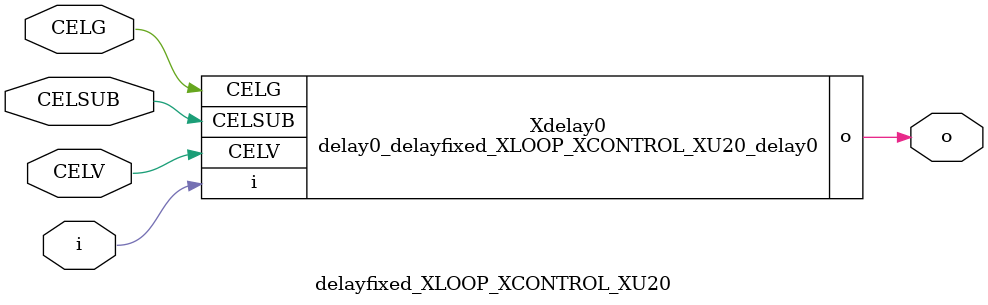
<source format=v>

module delay0_delayfixed_XLOOP_XCONTROL_XU20_delay0 (i, CELV, o,
CELG,CELSUB);
input CELV;
input i;
output o;
input CELSUB;
input CELG;
endmodule


//Celera Confidential Do Not Copy delayfixed_XLOOP_XCONTROL_XU20
//Celera Confidential Symbol Generator
//TYPE:fixed Egde:rise
module delayfixed_XLOOP_XCONTROL_XU20 (CELV,i,o,
CELG,CELSUB);
input CELV;
input i;
output o;
input CELG;
input CELSUB;

//Celera Confidential Do Not Copy delay0_delayfixed_XLOOP_XCONTROL_XU20_delay0
delay0_delayfixed_XLOOP_XCONTROL_XU20_delay0 Xdelay0(
.CELV (CELV),
.i (i),
.o (o),
.CELG (CELG),
.CELSUB (CELSUB)
);
//,diesize,delay0_delayfixed_XLOOP_XCONTROL_XU20_delay0
//Celera Confidential Do Not Copy Module End
//Celera Schematic Generator
endmodule

</source>
